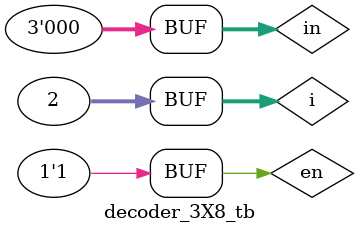
<source format=v>
module decoder_5X32(d, en, in);
    output [31:0] d;
    input en;
    input [4:0] in;

    wire [3:0] sub_en;
    decoder_2X4 m1(sub_en, 1'b1, in[4:3]);


endmodule

module decoder_3X8(d, en, in);
    output [7:0] d;
    input en;
    input [2:0] in;

    wire not_en, not_a, not_b, not_c;
    // Inverted signals
    not (not_en, en);
    not (not_a, in[2]);
    not (not_b, in[1]);
    not (not_c, in[0]);
    // a = in[2], b = in[1], c = in[0]
    nor (d[0], not_en, in[2], in[1], in[0]);
    nor (d[1], not_en, in[2], in[1], not_c);
    nor (d[2], not_en, in[2], not_b, in[0]);
    nor (d[3], not_en, in[2], not_b, not_c);


    nor (d[4], not_en, not_a, in[1], in[0]);
    nor (d[5], not_en, not_a, in[1], not_c);
    nor (d[6], not_en, not_a, not_b, in[0]);
    nor (d[7], not_en, not_a, not_b, not_c);
endmodule


module decoder_2X4(d, en, in);
    output [3:0] d;
    input en;
    input [1:0] in;

    wire not_en, not_a, not_b;
    // Inverted signals
    not (not_en, en);
    not (not_a, in[1]);
    not (not_b, in[0]);
    // a = in[1], b = in[0]
    nor (d[0], not_en, in[1], in[0]);
    nor (d[1], not_en, in[1], not_b);
    nor (d[2], not_en, not_a, in[0]);
    nor (d[3], not_en, not_a, not_b);
endmodule

module decoder_3X8_tb;
    reg [2:0] in;
    reg en;
    wire [7:0] f;
    integer i;
    
    //Instantiate UUT
    decoder_3X8 UUT(f, en, in);

    //stimulus block
    initial
        for (i = 0; i < 2; i = i + 1) begin
            en = i;
            begin
                in = 2'b00;
                repeat(8) #10 in = in + 1'b1;
            end
        end
    initial $monitor("en = %b, in = %b, output = %b", en, in, f);
endmodule

/*
module decoder_2X4_tb;
    reg [1:0] in;
    reg en;
    wire [3:0] f;
    integer i;
    
    //Instantiate UUT
    decoder_2X4 UUT(f, en, in);

    //stimulus block
    initial
        for (i = 0; i < 2; i = i + 1) begin
            en = i;
            begin
                in = 2'b00;
                repeat(4) #10 in = in + 1'b1;
            end
        end
    initial $monitor("en = %b, in = %b, output = %b", en, in, f);
endmodule
*/
</source>
